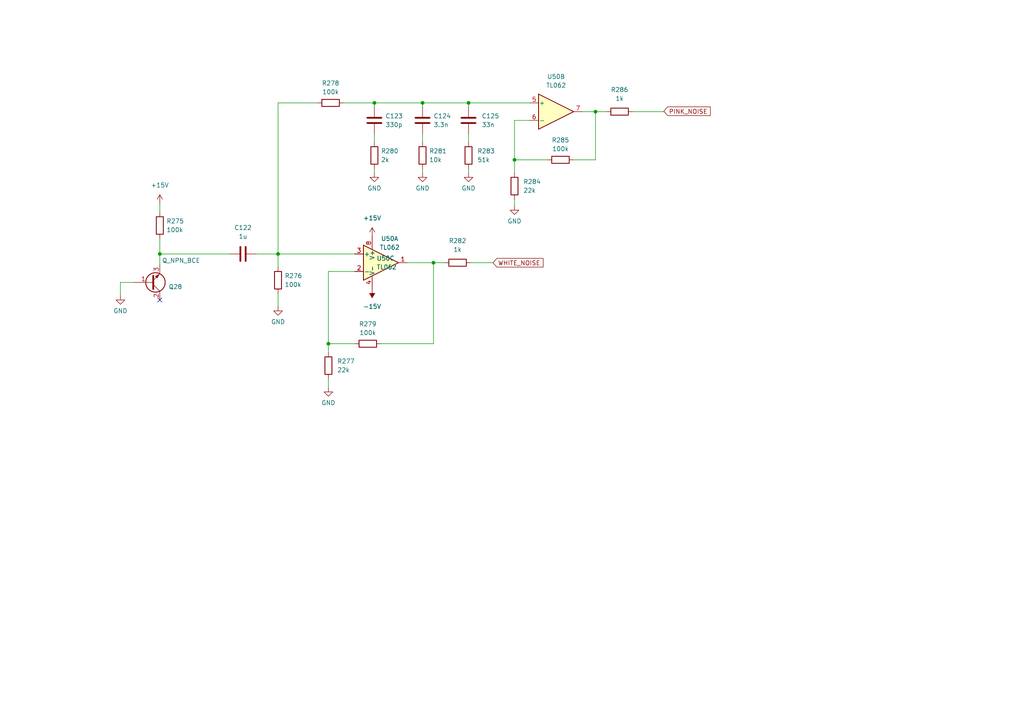
<source format=kicad_sch>
(kicad_sch (version 20211123) (generator eeschema)

  (uuid d14402d8-4c9f-4df6-ae9f-76afcfdc7770)

  (paper "A4")

  (lib_symbols
    (symbol "Amplifier_Operational:TL062" (pin_names (offset 0.127)) (in_bom yes) (on_board yes)
      (property "Reference" "U" (id 0) (at 0 5.08 0)
        (effects (font (size 1.27 1.27)) (justify left))
      )
      (property "Value" "TL062" (id 1) (at 0 -5.08 0)
        (effects (font (size 1.27 1.27)) (justify left))
      )
      (property "Footprint" "" (id 2) (at 0 0 0)
        (effects (font (size 1.27 1.27)) hide)
      )
      (property "Datasheet" "http://www.ti.com/lit/ds/symlink/tl061.pdf" (id 3) (at 0 0 0)
        (effects (font (size 1.27 1.27)) hide)
      )
      (property "ki_locked" "" (id 4) (at 0 0 0)
        (effects (font (size 1.27 1.27)))
      )
      (property "ki_keywords" "dual opamp" (id 5) (at 0 0 0)
        (effects (font (size 1.27 1.27)) hide)
      )
      (property "ki_description" "Dual Low-Power JFET-Input Operational Amplifiers, DIP-8/SOIC-8/SSOP-8" (id 6) (at 0 0 0)
        (effects (font (size 1.27 1.27)) hide)
      )
      (property "ki_fp_filters" "SOIC*3.9x4.9mm*P1.27mm* DIP*W7.62mm* TO*99* OnSemi*Micro8* TSSOP*3x3mm*P0.65mm* TSSOP*4.4x3mm*P0.65mm* MSOP*3x3mm*P0.65mm* SSOP*3.9x4.9mm*P0.635mm* LFCSP*2x2mm*P0.5mm* *SIP* SOIC*5.3x6.2mm*P1.27mm*" (id 7) (at 0 0 0)
        (effects (font (size 1.27 1.27)) hide)
      )
      (symbol "TL062_1_1"
        (polyline
          (pts
            (xy -5.08 5.08)
            (xy 5.08 0)
            (xy -5.08 -5.08)
            (xy -5.08 5.08)
          )
          (stroke (width 0.254) (type default) (color 0 0 0 0))
          (fill (type background))
        )
        (pin output line (at 7.62 0 180) (length 2.54)
          (name "~" (effects (font (size 1.27 1.27))))
          (number "1" (effects (font (size 1.27 1.27))))
        )
        (pin input line (at -7.62 -2.54 0) (length 2.54)
          (name "-" (effects (font (size 1.27 1.27))))
          (number "2" (effects (font (size 1.27 1.27))))
        )
        (pin input line (at -7.62 2.54 0) (length 2.54)
          (name "+" (effects (font (size 1.27 1.27))))
          (number "3" (effects (font (size 1.27 1.27))))
        )
      )
      (symbol "TL062_2_1"
        (polyline
          (pts
            (xy -5.08 5.08)
            (xy 5.08 0)
            (xy -5.08 -5.08)
            (xy -5.08 5.08)
          )
          (stroke (width 0.254) (type default) (color 0 0 0 0))
          (fill (type background))
        )
        (pin input line (at -7.62 2.54 0) (length 2.54)
          (name "+" (effects (font (size 1.27 1.27))))
          (number "5" (effects (font (size 1.27 1.27))))
        )
        (pin input line (at -7.62 -2.54 0) (length 2.54)
          (name "-" (effects (font (size 1.27 1.27))))
          (number "6" (effects (font (size 1.27 1.27))))
        )
        (pin output line (at 7.62 0 180) (length 2.54)
          (name "~" (effects (font (size 1.27 1.27))))
          (number "7" (effects (font (size 1.27 1.27))))
        )
      )
      (symbol "TL062_3_1"
        (pin power_in line (at -2.54 -7.62 90) (length 3.81)
          (name "V-" (effects (font (size 1.27 1.27))))
          (number "4" (effects (font (size 1.27 1.27))))
        )
        (pin power_in line (at -2.54 7.62 270) (length 3.81)
          (name "V+" (effects (font (size 1.27 1.27))))
          (number "8" (effects (font (size 1.27 1.27))))
        )
      )
    )
    (symbol "Device:C" (pin_numbers hide) (pin_names (offset 0.254)) (in_bom yes) (on_board yes)
      (property "Reference" "C" (id 0) (at 0.635 2.54 0)
        (effects (font (size 1.27 1.27)) (justify left))
      )
      (property "Value" "C" (id 1) (at 0.635 -2.54 0)
        (effects (font (size 1.27 1.27)) (justify left))
      )
      (property "Footprint" "" (id 2) (at 0.9652 -3.81 0)
        (effects (font (size 1.27 1.27)) hide)
      )
      (property "Datasheet" "~" (id 3) (at 0 0 0)
        (effects (font (size 1.27 1.27)) hide)
      )
      (property "ki_keywords" "cap capacitor" (id 4) (at 0 0 0)
        (effects (font (size 1.27 1.27)) hide)
      )
      (property "ki_description" "Unpolarized capacitor" (id 5) (at 0 0 0)
        (effects (font (size 1.27 1.27)) hide)
      )
      (property "ki_fp_filters" "C_*" (id 6) (at 0 0 0)
        (effects (font (size 1.27 1.27)) hide)
      )
      (symbol "C_0_1"
        (polyline
          (pts
            (xy -2.032 -0.762)
            (xy 2.032 -0.762)
          )
          (stroke (width 0.508) (type default) (color 0 0 0 0))
          (fill (type none))
        )
        (polyline
          (pts
            (xy -2.032 0.762)
            (xy 2.032 0.762)
          )
          (stroke (width 0.508) (type default) (color 0 0 0 0))
          (fill (type none))
        )
      )
      (symbol "C_1_1"
        (pin passive line (at 0 3.81 270) (length 2.794)
          (name "~" (effects (font (size 1.27 1.27))))
          (number "1" (effects (font (size 1.27 1.27))))
        )
        (pin passive line (at 0 -3.81 90) (length 2.794)
          (name "~" (effects (font (size 1.27 1.27))))
          (number "2" (effects (font (size 1.27 1.27))))
        )
      )
    )
    (symbol "Device:Q_NPN_BCE" (pin_names (offset 0) hide) (in_bom yes) (on_board yes)
      (property "Reference" "Q" (id 0) (at 5.08 1.27 0)
        (effects (font (size 1.27 1.27)) (justify left))
      )
      (property "Value" "Q_NPN_BCE" (id 1) (at 5.08 -1.27 0)
        (effects (font (size 1.27 1.27)) (justify left))
      )
      (property "Footprint" "" (id 2) (at 5.08 2.54 0)
        (effects (font (size 1.27 1.27)) hide)
      )
      (property "Datasheet" "~" (id 3) (at 0 0 0)
        (effects (font (size 1.27 1.27)) hide)
      )
      (property "ki_keywords" "transistor NPN" (id 4) (at 0 0 0)
        (effects (font (size 1.27 1.27)) hide)
      )
      (property "ki_description" "NPN transistor, base/collector/emitter" (id 5) (at 0 0 0)
        (effects (font (size 1.27 1.27)) hide)
      )
      (symbol "Q_NPN_BCE_0_1"
        (polyline
          (pts
            (xy 0.635 0.635)
            (xy 2.54 2.54)
          )
          (stroke (width 0) (type default) (color 0 0 0 0))
          (fill (type none))
        )
        (polyline
          (pts
            (xy 0.635 -0.635)
            (xy 2.54 -2.54)
            (xy 2.54 -2.54)
          )
          (stroke (width 0) (type default) (color 0 0 0 0))
          (fill (type none))
        )
        (polyline
          (pts
            (xy 0.635 1.905)
            (xy 0.635 -1.905)
            (xy 0.635 -1.905)
          )
          (stroke (width 0.508) (type default) (color 0 0 0 0))
          (fill (type none))
        )
        (polyline
          (pts
            (xy 1.27 -1.778)
            (xy 1.778 -1.27)
            (xy 2.286 -2.286)
            (xy 1.27 -1.778)
            (xy 1.27 -1.778)
          )
          (stroke (width 0) (type default) (color 0 0 0 0))
          (fill (type outline))
        )
        (circle (center 1.27 0) (radius 2.8194)
          (stroke (width 0.254) (type default) (color 0 0 0 0))
          (fill (type none))
        )
      )
      (symbol "Q_NPN_BCE_1_1"
        (pin input line (at -5.08 0 0) (length 5.715)
          (name "B" (effects (font (size 1.27 1.27))))
          (number "1" (effects (font (size 1.27 1.27))))
        )
        (pin passive line (at 2.54 5.08 270) (length 2.54)
          (name "C" (effects (font (size 1.27 1.27))))
          (number "2" (effects (font (size 1.27 1.27))))
        )
        (pin passive line (at 2.54 -5.08 90) (length 2.54)
          (name "E" (effects (font (size 1.27 1.27))))
          (number "3" (effects (font (size 1.27 1.27))))
        )
      )
    )
    (symbol "Device:R" (pin_numbers hide) (pin_names (offset 0)) (in_bom yes) (on_board yes)
      (property "Reference" "R" (id 0) (at 2.032 0 90)
        (effects (font (size 1.27 1.27)))
      )
      (property "Value" "R" (id 1) (at 0 0 90)
        (effects (font (size 1.27 1.27)))
      )
      (property "Footprint" "" (id 2) (at -1.778 0 90)
        (effects (font (size 1.27 1.27)) hide)
      )
      (property "Datasheet" "~" (id 3) (at 0 0 0)
        (effects (font (size 1.27 1.27)) hide)
      )
      (property "ki_keywords" "R res resistor" (id 4) (at 0 0 0)
        (effects (font (size 1.27 1.27)) hide)
      )
      (property "ki_description" "Resistor" (id 5) (at 0 0 0)
        (effects (font (size 1.27 1.27)) hide)
      )
      (property "ki_fp_filters" "R_*" (id 6) (at 0 0 0)
        (effects (font (size 1.27 1.27)) hide)
      )
      (symbol "R_0_1"
        (rectangle (start -1.016 -2.54) (end 1.016 2.54)
          (stroke (width 0.254) (type default) (color 0 0 0 0))
          (fill (type none))
        )
      )
      (symbol "R_1_1"
        (pin passive line (at 0 3.81 270) (length 1.27)
          (name "~" (effects (font (size 1.27 1.27))))
          (number "1" (effects (font (size 1.27 1.27))))
        )
        (pin passive line (at 0 -3.81 90) (length 1.27)
          (name "~" (effects (font (size 1.27 1.27))))
          (number "2" (effects (font (size 1.27 1.27))))
        )
      )
    )
    (symbol "power:+15V" (power) (pin_names (offset 0)) (in_bom yes) (on_board yes)
      (property "Reference" "#PWR" (id 0) (at 0 -3.81 0)
        (effects (font (size 1.27 1.27)) hide)
      )
      (property "Value" "+15V" (id 1) (at 0 3.556 0)
        (effects (font (size 1.27 1.27)))
      )
      (property "Footprint" "" (id 2) (at 0 0 0)
        (effects (font (size 1.27 1.27)) hide)
      )
      (property "Datasheet" "" (id 3) (at 0 0 0)
        (effects (font (size 1.27 1.27)) hide)
      )
      (property "ki_keywords" "global power" (id 4) (at 0 0 0)
        (effects (font (size 1.27 1.27)) hide)
      )
      (property "ki_description" "Power symbol creates a global label with name \"+15V\"" (id 5) (at 0 0 0)
        (effects (font (size 1.27 1.27)) hide)
      )
      (symbol "+15V_0_1"
        (polyline
          (pts
            (xy -0.762 1.27)
            (xy 0 2.54)
          )
          (stroke (width 0) (type default) (color 0 0 0 0))
          (fill (type none))
        )
        (polyline
          (pts
            (xy 0 0)
            (xy 0 2.54)
          )
          (stroke (width 0) (type default) (color 0 0 0 0))
          (fill (type none))
        )
        (polyline
          (pts
            (xy 0 2.54)
            (xy 0.762 1.27)
          )
          (stroke (width 0) (type default) (color 0 0 0 0))
          (fill (type none))
        )
      )
      (symbol "+15V_1_1"
        (pin power_in line (at 0 0 90) (length 0) hide
          (name "+15V" (effects (font (size 1.27 1.27))))
          (number "1" (effects (font (size 1.27 1.27))))
        )
      )
    )
    (symbol "power:-15V" (power) (pin_names (offset 0)) (in_bom yes) (on_board yes)
      (property "Reference" "#PWR" (id 0) (at 0 2.54 0)
        (effects (font (size 1.27 1.27)) hide)
      )
      (property "Value" "-15V" (id 1) (at 0 3.81 0)
        (effects (font (size 1.27 1.27)))
      )
      (property "Footprint" "" (id 2) (at 0 0 0)
        (effects (font (size 1.27 1.27)) hide)
      )
      (property "Datasheet" "" (id 3) (at 0 0 0)
        (effects (font (size 1.27 1.27)) hide)
      )
      (property "ki_keywords" "global power" (id 4) (at 0 0 0)
        (effects (font (size 1.27 1.27)) hide)
      )
      (property "ki_description" "Power symbol creates a global label with name \"-15V\"" (id 5) (at 0 0 0)
        (effects (font (size 1.27 1.27)) hide)
      )
      (symbol "-15V_0_0"
        (pin power_in line (at 0 0 90) (length 0) hide
          (name "-15V" (effects (font (size 1.27 1.27))))
          (number "1" (effects (font (size 1.27 1.27))))
        )
      )
      (symbol "-15V_0_1"
        (polyline
          (pts
            (xy 0 0)
            (xy 0 1.27)
            (xy 0.762 1.27)
            (xy 0 2.54)
            (xy -0.762 1.27)
            (xy 0 1.27)
          )
          (stroke (width 0) (type default) (color 0 0 0 0))
          (fill (type outline))
        )
      )
    )
    (symbol "power:GND" (power) (pin_names (offset 0)) (in_bom yes) (on_board yes)
      (property "Reference" "#PWR" (id 0) (at 0 -6.35 0)
        (effects (font (size 1.27 1.27)) hide)
      )
      (property "Value" "GND" (id 1) (at 0 -3.81 0)
        (effects (font (size 1.27 1.27)))
      )
      (property "Footprint" "" (id 2) (at 0 0 0)
        (effects (font (size 1.27 1.27)) hide)
      )
      (property "Datasheet" "" (id 3) (at 0 0 0)
        (effects (font (size 1.27 1.27)) hide)
      )
      (property "ki_keywords" "global power" (id 4) (at 0 0 0)
        (effects (font (size 1.27 1.27)) hide)
      )
      (property "ki_description" "Power symbol creates a global label with name \"GND\" , ground" (id 5) (at 0 0 0)
        (effects (font (size 1.27 1.27)) hide)
      )
      (symbol "GND_0_1"
        (polyline
          (pts
            (xy 0 0)
            (xy 0 -1.27)
            (xy 1.27 -1.27)
            (xy 0 -2.54)
            (xy -1.27 -1.27)
            (xy 0 -1.27)
          )
          (stroke (width 0) (type default) (color 0 0 0 0))
          (fill (type none))
        )
      )
      (symbol "GND_1_1"
        (pin power_in line (at 0 0 270) (length 0) hide
          (name "GND" (effects (font (size 1.27 1.27))))
          (number "1" (effects (font (size 1.27 1.27))))
        )
      )
    )
  )

  (junction (at 122.555 29.845) (diameter 0) (color 0 0 0 0)
    (uuid 4066a6ca-bf5b-42be-b3c7-829c8dc0352d)
  )
  (junction (at 80.645 73.66) (diameter 0) (color 0 0 0 0)
    (uuid 52df3cca-9a3f-4aa8-920b-45abcabcb7cd)
  )
  (junction (at 95.25 99.695) (diameter 0) (color 0 0 0 0)
    (uuid 65f5eb70-d4dd-47c8-8b1b-9c0b48c39ab3)
  )
  (junction (at 46.355 73.66) (diameter 0) (color 0 0 0 0)
    (uuid 8b1273df-23a6-426f-b7fd-09bdbd5470e3)
  )
  (junction (at 135.89 29.845) (diameter 0) (color 0 0 0 0)
    (uuid a6ac423e-fda3-4cef-9fb5-4ea66fb783fc)
  )
  (junction (at 149.225 46.355) (diameter 0) (color 0 0 0 0)
    (uuid d8b22da2-103e-4c5d-a000-eab499b1cee9)
  )
  (junction (at 172.72 32.385) (diameter 0) (color 0 0 0 0)
    (uuid de70f864-57e9-4f9e-ac25-7bfc6a7eef99)
  )
  (junction (at 108.585 29.845) (diameter 0) (color 0 0 0 0)
    (uuid e7d999ab-9d9a-40eb-9a7a-521c01ef4db0)
  )
  (junction (at 125.73 76.2) (diameter 0) (color 0 0 0 0)
    (uuid f60c8db5-6125-4496-a371-2bcd3d0f1c61)
  )

  (no_connect (at 46.355 86.995) (uuid 13876e25-114b-4b39-b642-de1026379c31))

  (wire (pts (xy 136.525 76.2) (xy 143.002 76.2))
    (stroke (width 0) (type default) (color 0 0 0 0))
    (uuid 00545e3e-9f28-4dbc-a970-4bd9dba64634)
  )
  (wire (pts (xy 135.89 31.115) (xy 135.89 29.845))
    (stroke (width 0) (type default) (color 0 0 0 0))
    (uuid 0841cb26-96c9-4767-862b-14b05d88ca06)
  )
  (wire (pts (xy 125.73 76.2) (xy 118.11 76.2))
    (stroke (width 0) (type default) (color 0 0 0 0))
    (uuid 0ac84e62-fa88-4726-99a1-b9af72302dfd)
  )
  (wire (pts (xy 46.355 59.055) (xy 46.355 61.595))
    (stroke (width 0) (type default) (color 0 0 0 0))
    (uuid 0b4ff5da-53c9-47f9-b163-ecc8798ab102)
  )
  (wire (pts (xy 122.555 38.735) (xy 122.555 41.275))
    (stroke (width 0) (type default) (color 0 0 0 0))
    (uuid 0c727a4f-4b3c-4b2e-9f2a-fa2e47cba411)
  )
  (wire (pts (xy 80.645 29.845) (xy 80.645 73.66))
    (stroke (width 0) (type default) (color 0 0 0 0))
    (uuid 17a76574-3c74-44db-9e1a-30cfd642e638)
  )
  (wire (pts (xy 166.37 46.355) (xy 172.72 46.355))
    (stroke (width 0) (type default) (color 0 0 0 0))
    (uuid 229a593a-c7d0-4003-91cb-82e1aef80450)
  )
  (wire (pts (xy 80.645 73.66) (xy 102.87 73.66))
    (stroke (width 0) (type default) (color 0 0 0 0))
    (uuid 31b41217-3db9-4f1d-8d99-7326d7b3d8e2)
  )
  (wire (pts (xy 46.355 73.66) (xy 46.355 69.215))
    (stroke (width 0) (type default) (color 0 0 0 0))
    (uuid 39e16dc5-bb6c-47e1-bd26-2299f28d115f)
  )
  (wire (pts (xy 149.225 57.785) (xy 149.225 59.69))
    (stroke (width 0) (type default) (color 0 0 0 0))
    (uuid 3c2295e2-4d91-40cc-866b-79e6de3ae167)
  )
  (wire (pts (xy 95.25 78.74) (xy 102.87 78.74))
    (stroke (width 0) (type default) (color 0 0 0 0))
    (uuid 471a73ff-dcc5-4019-9f9b-05a02cbf34bc)
  )
  (wire (pts (xy 149.225 46.355) (xy 149.225 50.165))
    (stroke (width 0) (type default) (color 0 0 0 0))
    (uuid 570633a3-e84d-4c3d-b3f5-7cef55c8c0ee)
  )
  (wire (pts (xy 183.515 32.385) (xy 192.532 32.385))
    (stroke (width 0) (type default) (color 0 0 0 0))
    (uuid 5b70b3f3-e9ef-4053-82c3-5e1408cce482)
  )
  (wire (pts (xy 125.73 99.695) (xy 125.73 76.2))
    (stroke (width 0) (type default) (color 0 0 0 0))
    (uuid 5bd0a321-1520-417d-949b-df7d9c105ed7)
  )
  (wire (pts (xy 38.735 81.915) (xy 34.925 81.915))
    (stroke (width 0) (type default) (color 0 0 0 0))
    (uuid 5ff9d82b-daab-4441-8fe8-2b73aef170e6)
  )
  (wire (pts (xy 108.585 29.845) (xy 99.695 29.845))
    (stroke (width 0) (type default) (color 0 0 0 0))
    (uuid 63ce6202-5ebb-49a4-9f67-9421b929456c)
  )
  (wire (pts (xy 108.585 48.895) (xy 108.585 50.165))
    (stroke (width 0) (type default) (color 0 0 0 0))
    (uuid 705261e1-4928-4ef1-8e07-96cf2fb2322b)
  )
  (wire (pts (xy 80.645 85.09) (xy 80.645 88.9))
    (stroke (width 0) (type default) (color 0 0 0 0))
    (uuid 7221ad59-f135-4f0f-bf05-b903f49ec0ce)
  )
  (wire (pts (xy 122.555 48.895) (xy 122.555 50.165))
    (stroke (width 0) (type default) (color 0 0 0 0))
    (uuid 7401ecf4-f0f1-4282-9744-d77300259d63)
  )
  (wire (pts (xy 46.355 73.66) (xy 66.675 73.66))
    (stroke (width 0) (type default) (color 0 0 0 0))
    (uuid 742b8fe0-e357-439f-a08f-bb2ef3df53b7)
  )
  (wire (pts (xy 149.225 34.925) (xy 149.225 46.355))
    (stroke (width 0) (type default) (color 0 0 0 0))
    (uuid 782c9813-00ad-4f93-b0f2-06b9965977fa)
  )
  (wire (pts (xy 172.72 32.385) (xy 168.91 32.385))
    (stroke (width 0) (type default) (color 0 0 0 0))
    (uuid 7a7d96c9-1ad7-4d32-8949-ac0ceed748a9)
  )
  (wire (pts (xy 95.25 78.74) (xy 95.25 99.695))
    (stroke (width 0) (type default) (color 0 0 0 0))
    (uuid 823b194b-b240-4878-a96b-9baf759eb3d0)
  )
  (wire (pts (xy 108.585 29.845) (xy 122.555 29.845))
    (stroke (width 0) (type default) (color 0 0 0 0))
    (uuid 8ac6c7d8-2c00-4604-a9a4-df19cc5d39df)
  )
  (wire (pts (xy 110.49 99.695) (xy 125.73 99.695))
    (stroke (width 0) (type default) (color 0 0 0 0))
    (uuid 8d61accf-2cb5-410d-90a6-1b58b16e0112)
  )
  (wire (pts (xy 135.89 29.845) (xy 153.67 29.845))
    (stroke (width 0) (type default) (color 0 0 0 0))
    (uuid 926a47e9-7c81-4478-b5ef-aefce8dfe218)
  )
  (wire (pts (xy 80.645 73.66) (xy 80.645 77.47))
    (stroke (width 0) (type default) (color 0 0 0 0))
    (uuid 94a4fd8c-4283-40a0-9b92-f165d2f6ed05)
  )
  (wire (pts (xy 108.585 31.115) (xy 108.585 29.845))
    (stroke (width 0) (type default) (color 0 0 0 0))
    (uuid 95f14074-54e3-445e-b415-88305c0c75ed)
  )
  (wire (pts (xy 108.585 38.735) (xy 108.585 41.275))
    (stroke (width 0) (type default) (color 0 0 0 0))
    (uuid 98350d11-47f3-449f-bb24-8548c23f2eed)
  )
  (wire (pts (xy 95.25 99.695) (xy 95.25 102.235))
    (stroke (width 0) (type default) (color 0 0 0 0))
    (uuid a743a39d-e6f2-41e1-84b5-a1fd0468b05e)
  )
  (wire (pts (xy 192.532 32.385) (xy 192.532 32.258))
    (stroke (width 0) (type default) (color 0 0 0 0))
    (uuid a874babd-9d11-430f-b0cc-e48bacebde49)
  )
  (wire (pts (xy 74.295 73.66) (xy 80.645 73.66))
    (stroke (width 0) (type default) (color 0 0 0 0))
    (uuid aa47632c-8f65-42f3-ad85-a898fa761963)
  )
  (wire (pts (xy 46.355 73.66) (xy 46.355 76.835))
    (stroke (width 0) (type default) (color 0 0 0 0))
    (uuid b04b6693-9fca-4bf9-980f-18028fa51f44)
  )
  (wire (pts (xy 122.555 31.115) (xy 122.555 29.845))
    (stroke (width 0) (type default) (color 0 0 0 0))
    (uuid b8faefe8-4ebf-4db2-9fbd-e74890fdfb4b)
  )
  (wire (pts (xy 125.73 76.2) (xy 128.905 76.2))
    (stroke (width 0) (type default) (color 0 0 0 0))
    (uuid b9019cab-60eb-4448-9e43-891f78e534a7)
  )
  (wire (pts (xy 172.72 46.355) (xy 172.72 32.385))
    (stroke (width 0) (type default) (color 0 0 0 0))
    (uuid bbb78cd9-3d42-4765-8b00-0ed20fd0d57a)
  )
  (wire (pts (xy 149.225 34.925) (xy 153.67 34.925))
    (stroke (width 0) (type default) (color 0 0 0 0))
    (uuid bd9e83db-3248-4ecd-aff8-a6e8bb9797e5)
  )
  (wire (pts (xy 122.555 29.845) (xy 135.89 29.845))
    (stroke (width 0) (type default) (color 0 0 0 0))
    (uuid c5fe1527-21fb-4a20-98b6-206e0e0ff51b)
  )
  (wire (pts (xy 80.645 29.845) (xy 92.075 29.845))
    (stroke (width 0) (type default) (color 0 0 0 0))
    (uuid c86de8d7-a2bd-4c65-83ed-7e06a9035161)
  )
  (wire (pts (xy 34.925 81.915) (xy 34.925 85.725))
    (stroke (width 0) (type default) (color 0 0 0 0))
    (uuid ca2655cd-94e5-41f1-98d2-fcaf61bb4fbe)
  )
  (wire (pts (xy 172.72 32.385) (xy 175.895 32.385))
    (stroke (width 0) (type default) (color 0 0 0 0))
    (uuid d007446a-eeb6-4d90-9768-43e0efe24229)
  )
  (wire (pts (xy 149.225 46.355) (xy 158.75 46.355))
    (stroke (width 0) (type default) (color 0 0 0 0))
    (uuid d14fef47-2837-4a53-9bfa-3f5a65840bc0)
  )
  (wire (pts (xy 135.89 48.895) (xy 135.89 50.165))
    (stroke (width 0) (type default) (color 0 0 0 0))
    (uuid e017323b-f01d-4bf0-9788-dd0dc0591216)
  )
  (wire (pts (xy 102.87 99.695) (xy 95.25 99.695))
    (stroke (width 0) (type default) (color 0 0 0 0))
    (uuid e8b33491-eb1f-407d-a0d2-dd3eb31558c8)
  )
  (wire (pts (xy 95.25 109.855) (xy 95.25 112.395))
    (stroke (width 0) (type default) (color 0 0 0 0))
    (uuid f0bccc4f-fbd0-44c7-a214-175304eecad1)
  )
  (wire (pts (xy 135.89 38.735) (xy 135.89 41.275))
    (stroke (width 0) (type default) (color 0 0 0 0))
    (uuid f4bc8c81-8026-48bd-aea9-a34342f757f9)
  )

  (global_label "PINK_NOISE" (shape input) (at 192.532 32.258 0) (fields_autoplaced)
    (effects (font (size 1.27 1.27)) (justify left))
    (uuid 999877f4-ccc1-4cb1-8829-b88f8d00d18e)
    (property "Intersheet References" "${INTERSHEET_REFS}" (id 0) (at 206.0122 32.1786 0)
      (effects (font (size 1.27 1.27)) (justify left) hide)
    )
  )
  (global_label "WHITE_NOISE" (shape input) (at 143.002 76.2 0) (fields_autoplaced)
    (effects (font (size 1.27 1.27)) (justify left))
    (uuid eeef926b-c882-4d4d-9331-4c278f0ae23c)
    (property "Intersheet References" "${INTERSHEET_REFS}" (id 0) (at 157.5103 76.1206 0)
      (effects (font (size 1.27 1.27)) (justify left) hide)
    )
  )

  (symbol (lib_id "Device:R") (at 95.25 106.045 0) (unit 1)
    (in_bom yes) (on_board yes) (fields_autoplaced)
    (uuid 0d4c4e54-d115-4c4d-900a-706a99b03fb9)
    (property "Reference" "R277" (id 0) (at 97.79 104.7749 0)
      (effects (font (size 1.27 1.27)) (justify left))
    )
    (property "Value" "22k" (id 1) (at 97.79 107.3149 0)
      (effects (font (size 1.27 1.27)) (justify left))
    )
    (property "Footprint" "Resistor_SMD:R_0603_1608Metric" (id 2) (at 93.472 106.045 90)
      (effects (font (size 1.27 1.27)) hide)
    )
    (property "Datasheet" "~" (id 3) (at 95.25 106.045 0)
      (effects (font (size 1.27 1.27)) hide)
    )
    (pin "1" (uuid 79d21e16-89e3-4b27-beae-de3cfd14caa3))
    (pin "2" (uuid 77bee970-afcd-46fd-be32-989642428a6e))
  )

  (symbol (lib_id "Device:Q_NPN_BCE") (at 43.815 81.915 0) (mirror x) (unit 1)
    (in_bom yes) (on_board yes)
    (uuid 11e25572-cc2c-4eb1-9e2b-e76bd42f54d4)
    (property "Reference" "Q28" (id 0) (at 48.895 83.1851 0)
      (effects (font (size 1.27 1.27)) (justify left))
    )
    (property "Value" "Q_NPN_BCE" (id 1) (at 46.99 75.565 0)
      (effects (font (size 1.27 1.27)) (justify left))
    )
    (property "Footprint" "Package_TO_SOT_SMD:SOT-23" (id 2) (at 48.895 84.455 0)
      (effects (font (size 1.27 1.27)) hide)
    )
    (property "Datasheet" "~" (id 3) (at 43.815 81.915 0)
      (effects (font (size 1.27 1.27)) hide)
    )
    (pin "1" (uuid f77c79e3-9380-491a-ad2c-847338e76f8a))
    (pin "2" (uuid 71327194-2cb6-4215-b3aa-8fce877aa235))
    (pin "3" (uuid 2a7e4840-a878-4a4b-834f-4e1f4c7b8c4d))
  )

  (symbol (lib_id "Device:R") (at 122.555 45.085 0) (unit 1)
    (in_bom yes) (on_board yes) (fields_autoplaced)
    (uuid 1d9828b7-58c0-43c5-99a1-452b0f06e790)
    (property "Reference" "R281" (id 0) (at 124.46 43.8149 0)
      (effects (font (size 1.27 1.27)) (justify left))
    )
    (property "Value" "10k" (id 1) (at 124.46 46.3549 0)
      (effects (font (size 1.27 1.27)) (justify left))
    )
    (property "Footprint" "Resistor_SMD:R_0603_1608Metric" (id 2) (at 120.777 45.085 90)
      (effects (font (size 1.27 1.27)) hide)
    )
    (property "Datasheet" "~" (id 3) (at 122.555 45.085 0)
      (effects (font (size 1.27 1.27)) hide)
    )
    (pin "1" (uuid 481763d9-c7f1-4f9f-8923-b80c13aa1bb4))
    (pin "2" (uuid a9c629df-9ac9-477e-a377-e3679d37739e))
  )

  (symbol (lib_id "Device:R") (at 106.68 99.695 90) (unit 1)
    (in_bom yes) (on_board yes) (fields_autoplaced)
    (uuid 514bd02a-8686-428f-964b-0ccf5c5bb1c5)
    (property "Reference" "R279" (id 0) (at 106.68 93.98 90))
    (property "Value" "100k" (id 1) (at 106.68 96.52 90))
    (property "Footprint" "Resistor_SMD:R_0603_1608Metric" (id 2) (at 106.68 101.473 90)
      (effects (font (size 1.27 1.27)) hide)
    )
    (property "Datasheet" "~" (id 3) (at 106.68 99.695 0)
      (effects (font (size 1.27 1.27)) hide)
    )
    (pin "1" (uuid 27169a1e-6528-435b-9247-7cf2347e97e4))
    (pin "2" (uuid 95db326c-eef9-40d5-b4a5-aa9e2c857902))
  )

  (symbol (lib_id "power:GND") (at 34.925 85.725 0) (unit 1)
    (in_bom yes) (on_board yes) (fields_autoplaced)
    (uuid 5a93f79b-af9f-46fc-9934-04d96fe2447a)
    (property "Reference" "#PWR0205" (id 0) (at 34.925 92.075 0)
      (effects (font (size 1.27 1.27)) hide)
    )
    (property "Value" "GND" (id 1) (at 34.925 90.17 0))
    (property "Footprint" "" (id 2) (at 34.925 85.725 0)
      (effects (font (size 1.27 1.27)) hide)
    )
    (property "Datasheet" "" (id 3) (at 34.925 85.725 0)
      (effects (font (size 1.27 1.27)) hide)
    )
    (pin "1" (uuid 5a2eda39-5ec4-4c4c-a6f9-cd7bbc55ddeb))
  )

  (symbol (lib_id "Device:R") (at 46.355 65.405 0) (unit 1)
    (in_bom yes) (on_board yes) (fields_autoplaced)
    (uuid 5d02daeb-8374-41cf-87a8-a95b82100b6d)
    (property "Reference" "R275" (id 0) (at 48.26 64.1349 0)
      (effects (font (size 1.27 1.27)) (justify left))
    )
    (property "Value" "100k" (id 1) (at 48.26 66.6749 0)
      (effects (font (size 1.27 1.27)) (justify left))
    )
    (property "Footprint" "Resistor_SMD:R_0603_1608Metric" (id 2) (at 44.577 65.405 90)
      (effects (font (size 1.27 1.27)) hide)
    )
    (property "Datasheet" "~" (id 3) (at 46.355 65.405 0)
      (effects (font (size 1.27 1.27)) hide)
    )
    (pin "1" (uuid ef4961e9-4ed7-46ff-8abe-77725598b104))
    (pin "2" (uuid 0b0b6c48-96ef-4514-95e5-cb52f1423dad))
  )

  (symbol (lib_id "Amplifier_Operational:TL062") (at 110.49 76.2 0) (unit 3)
    (in_bom yes) (on_board yes) (fields_autoplaced)
    (uuid 65cc6352-0d1e-4b97-b81b-6bd9850701b0)
    (property "Reference" "U50" (id 0) (at 109.22 74.9299 0)
      (effects (font (size 1.27 1.27)) (justify left))
    )
    (property "Value" "TL062" (id 1) (at 109.22 77.4699 0)
      (effects (font (size 1.27 1.27)) (justify left))
    )
    (property "Footprint" "Package_SO:TSSOP-8_3x3mm_P0.65mm" (id 2) (at 110.49 76.2 0)
      (effects (font (size 1.27 1.27)) hide)
    )
    (property "Datasheet" "http://www.ti.com/lit/ds/symlink/tl061.pdf" (id 3) (at 110.49 76.2 0)
      (effects (font (size 1.27 1.27)) hide)
    )
    (pin "1" (uuid 7c3d5495-d568-49dc-b9f7-679f4106f516))
    (pin "2" (uuid 90e68594-6fe2-4206-adf5-008e1ee36394))
    (pin "3" (uuid 9790a00d-82ea-4a0e-900d-24524de4b6de))
    (pin "5" (uuid 854940ba-dfe3-47d9-be1c-11a7e653066f))
    (pin "6" (uuid ac99dc85-2144-49dd-9507-a77405218a27))
    (pin "7" (uuid 12bfaf2d-5c58-4fe7-9bbc-cf5893b2d7a8))
    (pin "4" (uuid 82cfc783-4bd4-4d95-a27d-cc015569b783))
    (pin "8" (uuid 5455c53b-4cd4-43c7-be87-558ecfefdb11))
  )

  (symbol (lib_id "Device:R") (at 132.715 76.2 90) (unit 1)
    (in_bom yes) (on_board yes) (fields_autoplaced)
    (uuid 663aa671-a450-42c1-aaf3-466e3cfbf618)
    (property "Reference" "R282" (id 0) (at 132.715 69.85 90))
    (property "Value" "1k" (id 1) (at 132.715 72.39 90))
    (property "Footprint" "Resistor_SMD:R_0603_1608Metric" (id 2) (at 132.715 77.978 90)
      (effects (font (size 1.27 1.27)) hide)
    )
    (property "Datasheet" "~" (id 3) (at 132.715 76.2 0)
      (effects (font (size 1.27 1.27)) hide)
    )
    (pin "1" (uuid 6365f838-2f48-49dd-8f60-5277e59856c3))
    (pin "2" (uuid 735e18d0-dacb-4f18-bd86-862c4f7be95a))
  )

  (symbol (lib_id "power:GND") (at 80.645 88.9 0) (unit 1)
    (in_bom yes) (on_board yes) (fields_autoplaced)
    (uuid 6f3a88d5-d4cd-4e93-b183-7a4dda3cb4d2)
    (property "Reference" "#PWR0207" (id 0) (at 80.645 95.25 0)
      (effects (font (size 1.27 1.27)) hide)
    )
    (property "Value" "GND" (id 1) (at 80.645 93.345 0))
    (property "Footprint" "" (id 2) (at 80.645 88.9 0)
      (effects (font (size 1.27 1.27)) hide)
    )
    (property "Datasheet" "" (id 3) (at 80.645 88.9 0)
      (effects (font (size 1.27 1.27)) hide)
    )
    (pin "1" (uuid 6a9b2999-2579-457b-8982-a5445e9c9223))
  )

  (symbol (lib_id "Device:C") (at 70.485 73.66 270) (mirror x) (unit 1)
    (in_bom yes) (on_board yes) (fields_autoplaced)
    (uuid 70b2ec4d-4d56-4e51-87e9-742748564d37)
    (property "Reference" "C122" (id 0) (at 70.485 66.04 90))
    (property "Value" "1u" (id 1) (at 70.485 68.58 90))
    (property "Footprint" "Capacitor_SMD:C_0805_2012Metric" (id 2) (at 66.675 72.6948 0)
      (effects (font (size 1.27 1.27)) hide)
    )
    (property "Datasheet" "~" (id 3) (at 70.485 73.66 0)
      (effects (font (size 1.27 1.27)) hide)
    )
    (pin "1" (uuid e2c9329f-1c3d-4de7-928b-325aea74d3c0))
    (pin "2" (uuid c5ac9d03-c2de-4902-a1b0-588945489b01))
  )

  (symbol (lib_id "power:+15V") (at 107.95 68.58 0) (unit 1)
    (in_bom yes) (on_board yes) (fields_autoplaced)
    (uuid 732c88d8-7db4-463a-8c39-0ab48009c39e)
    (property "Reference" "#PWR0209" (id 0) (at 107.95 72.39 0)
      (effects (font (size 1.27 1.27)) hide)
    )
    (property "Value" "+15V" (id 1) (at 107.95 63.246 0))
    (property "Footprint" "" (id 2) (at 107.95 68.58 0)
      (effects (font (size 1.27 1.27)) hide)
    )
    (property "Datasheet" "" (id 3) (at 107.95 68.58 0)
      (effects (font (size 1.27 1.27)) hide)
    )
    (pin "1" (uuid be235015-5aae-4883-a4f3-e8381a9eecdd))
  )

  (symbol (lib_id "Amplifier_Operational:TL062") (at 110.49 76.2 0) (unit 1)
    (in_bom yes) (on_board yes)
    (uuid 7441e1a5-0d7f-4e1e-9bd7-9be4ab11d0cc)
    (property "Reference" "U50" (id 0) (at 113.03 69.215 0))
    (property "Value" "TL062" (id 1) (at 113.03 71.755 0))
    (property "Footprint" "Package_SO:TSSOP-8_3x3mm_P0.65mm" (id 2) (at 110.49 76.2 0)
      (effects (font (size 1.27 1.27)) hide)
    )
    (property "Datasheet" "http://www.ti.com/lit/ds/symlink/tl061.pdf" (id 3) (at 110.49 76.2 0)
      (effects (font (size 1.27 1.27)) hide)
    )
    (pin "1" (uuid faac573c-8019-422a-8d4d-77037a4542a2))
    (pin "2" (uuid b5e3c451-c003-41c5-bf69-97f3447e1276))
    (pin "3" (uuid bc923927-aa87-40d5-b515-4240f492ed52))
    (pin "5" (uuid ba41473a-5962-4f3c-b5ad-adb3f8ac4417))
    (pin "6" (uuid 7a69f433-81a2-4b94-9ef9-0665c9d2af3a))
    (pin "7" (uuid 01c6da91-1fd9-4d1f-8533-78aa1e2f5495))
    (pin "4" (uuid d6d2af6a-a32a-4899-aff8-f66b3b4cccc3))
    (pin "8" (uuid e982fbc7-8582-4d72-bc9a-139a20d7b8c6))
  )

  (symbol (lib_id "Amplifier_Operational:TL062") (at 161.29 32.385 0) (unit 2)
    (in_bom yes) (on_board yes) (fields_autoplaced)
    (uuid 852ce91e-c45e-4100-8a97-0b3b5fdbab7e)
    (property "Reference" "U50" (id 0) (at 161.29 22.225 0))
    (property "Value" "TL062" (id 1) (at 161.29 24.765 0))
    (property "Footprint" "Package_SO:TSSOP-8_3x3mm_P0.65mm" (id 2) (at 161.29 32.385 0)
      (effects (font (size 1.27 1.27)) hide)
    )
    (property "Datasheet" "http://www.ti.com/lit/ds/symlink/tl061.pdf" (id 3) (at 161.29 32.385 0)
      (effects (font (size 1.27 1.27)) hide)
    )
    (pin "1" (uuid 938e39bf-4bd4-43ec-8ec3-10eb95f9601d))
    (pin "2" (uuid 801c05bf-fd84-4d27-8605-5edfdd6cd8c9))
    (pin "3" (uuid 6cf9511d-22c6-4679-b39d-636358f07390))
    (pin "5" (uuid 7d75aa68-61bc-43e3-9f1f-f3f7e4dd581b))
    (pin "6" (uuid 3082969e-afa8-4ad4-9bab-3a4e0e1a9b95))
    (pin "7" (uuid 695c5631-3dd3-4807-a1cd-adffb5824f54))
    (pin "4" (uuid b047d29e-d2fe-4529-abad-3fb17e5ec8ab))
    (pin "8" (uuid 6c098c76-4400-4b3d-9e31-6df8bb835447))
  )

  (symbol (lib_id "Device:C") (at 122.555 34.925 180) (unit 1)
    (in_bom yes) (on_board yes) (fields_autoplaced)
    (uuid 8a041c96-93b6-4f75-a610-229ceb3cef46)
    (property "Reference" "C124" (id 0) (at 125.73 33.6549 0)
      (effects (font (size 1.27 1.27)) (justify right))
    )
    (property "Value" "3.3n" (id 1) (at 125.73 36.1949 0)
      (effects (font (size 1.27 1.27)) (justify right))
    )
    (property "Footprint" "Capacitor_SMD:C_0402_1005Metric_Pad0.74x0.62mm_HandSolder" (id 2) (at 121.5898 31.115 0)
      (effects (font (size 1.27 1.27)) hide)
    )
    (property "Datasheet" "~" (id 3) (at 122.555 34.925 0)
      (effects (font (size 1.27 1.27)) hide)
    )
    (pin "1" (uuid fae9c967-4110-493f-9a30-c83e3a0a032d))
    (pin "2" (uuid 5f0d2291-ce4c-4474-8e90-f18ec0b7e866))
  )

  (symbol (lib_id "power:GND") (at 95.25 112.395 0) (unit 1)
    (in_bom yes) (on_board yes) (fields_autoplaced)
    (uuid 938e57cc-0d51-4528-ba19-a054fc4de537)
    (property "Reference" "#PWR0208" (id 0) (at 95.25 118.745 0)
      (effects (font (size 1.27 1.27)) hide)
    )
    (property "Value" "GND" (id 1) (at 95.25 116.84 0))
    (property "Footprint" "" (id 2) (at 95.25 112.395 0)
      (effects (font (size 1.27 1.27)) hide)
    )
    (property "Datasheet" "" (id 3) (at 95.25 112.395 0)
      (effects (font (size 1.27 1.27)) hide)
    )
    (pin "1" (uuid ec11b753-d857-4980-924f-058fafccba00))
  )

  (symbol (lib_id "Device:R") (at 162.56 46.355 90) (unit 1)
    (in_bom yes) (on_board yes) (fields_autoplaced)
    (uuid 97900383-43a6-4d13-89ba-08fa672d2510)
    (property "Reference" "R285" (id 0) (at 162.56 40.64 90))
    (property "Value" "100k" (id 1) (at 162.56 43.18 90))
    (property "Footprint" "Resistor_SMD:R_0603_1608Metric" (id 2) (at 162.56 48.133 90)
      (effects (font (size 1.27 1.27)) hide)
    )
    (property "Datasheet" "~" (id 3) (at 162.56 46.355 0)
      (effects (font (size 1.27 1.27)) hide)
    )
    (pin "1" (uuid 08759f90-0a42-4ebc-83d9-d8156743c070))
    (pin "2" (uuid 87518b75-0a80-47cb-9f73-e2c1dd6326ff))
  )

  (symbol (lib_id "power:-15V") (at 107.95 83.82 180) (unit 1)
    (in_bom yes) (on_board yes) (fields_autoplaced)
    (uuid a307ed81-32cd-4a72-9d36-93344273539b)
    (property "Reference" "#PWR0210" (id 0) (at 107.95 86.36 0)
      (effects (font (size 1.27 1.27)) hide)
    )
    (property "Value" "-15V" (id 1) (at 107.95 88.9 0))
    (property "Footprint" "" (id 2) (at 107.95 83.82 0)
      (effects (font (size 1.27 1.27)) hide)
    )
    (property "Datasheet" "" (id 3) (at 107.95 83.82 0)
      (effects (font (size 1.27 1.27)) hide)
    )
    (pin "1" (uuid 9ec52071-c393-4031-a5a7-0880e5313b0a))
  )

  (symbol (lib_id "Device:R") (at 135.89 45.085 0) (unit 1)
    (in_bom yes) (on_board yes) (fields_autoplaced)
    (uuid a37b52a5-cebc-457b-9103-e3cc43473267)
    (property "Reference" "R283" (id 0) (at 138.43 43.8149 0)
      (effects (font (size 1.27 1.27)) (justify left))
    )
    (property "Value" "51k" (id 1) (at 138.43 46.3549 0)
      (effects (font (size 1.27 1.27)) (justify left))
    )
    (property "Footprint" "Resistor_SMD:R_0603_1608Metric" (id 2) (at 134.112 45.085 90)
      (effects (font (size 1.27 1.27)) hide)
    )
    (property "Datasheet" "~" (id 3) (at 135.89 45.085 0)
      (effects (font (size 1.27 1.27)) hide)
    )
    (pin "1" (uuid 8bee1f64-3d2c-4c04-9cfe-fc998883cead))
    (pin "2" (uuid d1d27012-8c53-4156-b62b-ed3eb373ff3c))
  )

  (symbol (lib_id "Device:C") (at 108.585 34.925 180) (unit 1)
    (in_bom yes) (on_board yes) (fields_autoplaced)
    (uuid abba5073-4c4b-4bdd-b682-0aed2791a6b2)
    (property "Reference" "C123" (id 0) (at 111.76 33.6549 0)
      (effects (font (size 1.27 1.27)) (justify right))
    )
    (property "Value" "330p" (id 1) (at 111.76 36.1949 0)
      (effects (font (size 1.27 1.27)) (justify right))
    )
    (property "Footprint" "Capacitor_SMD:C_0402_1005Metric_Pad0.74x0.62mm_HandSolder" (id 2) (at 107.6198 31.115 0)
      (effects (font (size 1.27 1.27)) hide)
    )
    (property "Datasheet" "~" (id 3) (at 108.585 34.925 0)
      (effects (font (size 1.27 1.27)) hide)
    )
    (pin "1" (uuid 8e385fd8-66dd-485f-ac8f-3419c246461a))
    (pin "2" (uuid 73cfd971-e422-4162-91c5-a2aa8f7142c5))
  )

  (symbol (lib_id "Device:R") (at 80.645 81.28 0) (unit 1)
    (in_bom yes) (on_board yes) (fields_autoplaced)
    (uuid b403394c-9249-4f05-9e94-a69a7066e8dd)
    (property "Reference" "R276" (id 0) (at 82.55 80.0099 0)
      (effects (font (size 1.27 1.27)) (justify left))
    )
    (property "Value" "100k" (id 1) (at 82.55 82.5499 0)
      (effects (font (size 1.27 1.27)) (justify left))
    )
    (property "Footprint" "Resistor_SMD:R_0603_1608Metric" (id 2) (at 78.867 81.28 90)
      (effects (font (size 1.27 1.27)) hide)
    )
    (property "Datasheet" "~" (id 3) (at 80.645 81.28 0)
      (effects (font (size 1.27 1.27)) hide)
    )
    (pin "1" (uuid 265f4b40-d5b2-4ce0-9bd9-2565d496ad18))
    (pin "2" (uuid 44e07e06-6c51-46cc-a37d-53901eea322d))
  )

  (symbol (lib_id "power:GND") (at 108.585 50.165 0) (unit 1)
    (in_bom yes) (on_board yes) (fields_autoplaced)
    (uuid bbf91aa5-4f29-4e8c-b332-0a4bddf29114)
    (property "Reference" "#PWR0211" (id 0) (at 108.585 56.515 0)
      (effects (font (size 1.27 1.27)) hide)
    )
    (property "Value" "GND" (id 1) (at 108.585 54.61 0))
    (property "Footprint" "" (id 2) (at 108.585 50.165 0)
      (effects (font (size 1.27 1.27)) hide)
    )
    (property "Datasheet" "" (id 3) (at 108.585 50.165 0)
      (effects (font (size 1.27 1.27)) hide)
    )
    (pin "1" (uuid 413db542-d5b4-4254-bf43-fd6c3122363f))
  )

  (symbol (lib_id "Device:R") (at 149.225 53.975 0) (unit 1)
    (in_bom yes) (on_board yes) (fields_autoplaced)
    (uuid c8324d06-72d0-4e23-aa8d-05e05324aa3b)
    (property "Reference" "R284" (id 0) (at 151.765 52.7049 0)
      (effects (font (size 1.27 1.27)) (justify left))
    )
    (property "Value" "22k" (id 1) (at 151.765 55.2449 0)
      (effects (font (size 1.27 1.27)) (justify left))
    )
    (property "Footprint" "Resistor_SMD:R_0603_1608Metric" (id 2) (at 147.447 53.975 90)
      (effects (font (size 1.27 1.27)) hide)
    )
    (property "Datasheet" "~" (id 3) (at 149.225 53.975 0)
      (effects (font (size 1.27 1.27)) hide)
    )
    (pin "1" (uuid 16093374-a786-4849-9750-ba37bf05f6b4))
    (pin "2" (uuid ba08b56c-195b-43fc-b802-d266dcc7e373))
  )

  (symbol (lib_id "Device:R") (at 108.585 45.085 0) (unit 1)
    (in_bom yes) (on_board yes) (fields_autoplaced)
    (uuid cbd30446-76eb-4d0a-bb28-42dcf5b53815)
    (property "Reference" "R280" (id 0) (at 110.49 43.8149 0)
      (effects (font (size 1.27 1.27)) (justify left))
    )
    (property "Value" "2k" (id 1) (at 110.49 46.3549 0)
      (effects (font (size 1.27 1.27)) (justify left))
    )
    (property "Footprint" "Resistor_SMD:R_0603_1608Metric" (id 2) (at 106.807 45.085 90)
      (effects (font (size 1.27 1.27)) hide)
    )
    (property "Datasheet" "~" (id 3) (at 108.585 45.085 0)
      (effects (font (size 1.27 1.27)) hide)
    )
    (pin "1" (uuid 794ff72b-03ca-4a3d-8688-919a4e9735ee))
    (pin "2" (uuid c237408b-aede-4bc4-93f5-3197469b7954))
  )

  (symbol (lib_id "power:+15V") (at 46.355 59.055 0) (unit 1)
    (in_bom yes) (on_board yes) (fields_autoplaced)
    (uuid d08c6f78-e357-452d-97cf-11f0be32e289)
    (property "Reference" "#PWR0206" (id 0) (at 46.355 62.865 0)
      (effects (font (size 1.27 1.27)) hide)
    )
    (property "Value" "+15V" (id 1) (at 46.355 53.721 0))
    (property "Footprint" "" (id 2) (at 46.355 59.055 0)
      (effects (font (size 1.27 1.27)) hide)
    )
    (property "Datasheet" "" (id 3) (at 46.355 59.055 0)
      (effects (font (size 1.27 1.27)) hide)
    )
    (pin "1" (uuid 019accaa-cead-498d-b3e0-b874d80d0673))
  )

  (symbol (lib_id "power:GND") (at 135.89 50.165 0) (unit 1)
    (in_bom yes) (on_board yes) (fields_autoplaced)
    (uuid d4460726-895f-47e0-8b28-c863f9ab7d98)
    (property "Reference" "#PWR0213" (id 0) (at 135.89 56.515 0)
      (effects (font (size 1.27 1.27)) hide)
    )
    (property "Value" "GND" (id 1) (at 135.89 54.61 0))
    (property "Footprint" "" (id 2) (at 135.89 50.165 0)
      (effects (font (size 1.27 1.27)) hide)
    )
    (property "Datasheet" "" (id 3) (at 135.89 50.165 0)
      (effects (font (size 1.27 1.27)) hide)
    )
    (pin "1" (uuid 89040d2f-bcda-4bb5-86ca-b6b3f6bef04f))
  )

  (symbol (lib_id "Device:R") (at 95.885 29.845 90) (unit 1)
    (in_bom yes) (on_board yes) (fields_autoplaced)
    (uuid e739ea61-f548-4be7-8f71-c9ba52f11b6a)
    (property "Reference" "R278" (id 0) (at 95.885 24.13 90))
    (property "Value" "100k" (id 1) (at 95.885 26.67 90))
    (property "Footprint" "Resistor_SMD:R_0603_1608Metric" (id 2) (at 95.885 31.623 90)
      (effects (font (size 1.27 1.27)) hide)
    )
    (property "Datasheet" "~" (id 3) (at 95.885 29.845 0)
      (effects (font (size 1.27 1.27)) hide)
    )
    (pin "1" (uuid 20c91dee-e89c-4902-98e5-b3cc5588ecd4))
    (pin "2" (uuid d4628470-fba3-4f72-851e-8b3e9c5901a4))
  )

  (symbol (lib_id "Device:C") (at 135.89 34.925 180) (unit 1)
    (in_bom yes) (on_board yes) (fields_autoplaced)
    (uuid f2e54acb-3c1d-40d3-bc91-572fd4aab401)
    (property "Reference" "C125" (id 0) (at 139.7 33.6549 0)
      (effects (font (size 1.27 1.27)) (justify right))
    )
    (property "Value" "33n" (id 1) (at 139.7 36.1949 0)
      (effects (font (size 1.27 1.27)) (justify right))
    )
    (property "Footprint" "Capacitor_SMD:C_0402_1005Metric_Pad0.74x0.62mm_HandSolder" (id 2) (at 134.9248 31.115 0)
      (effects (font (size 1.27 1.27)) hide)
    )
    (property "Datasheet" "~" (id 3) (at 135.89 34.925 0)
      (effects (font (size 1.27 1.27)) hide)
    )
    (pin "1" (uuid 169fa777-a8f0-41d6-8a3b-fdd4075bf0bf))
    (pin "2" (uuid b7dd7dbe-f6ef-48a1-808c-a7d064c3324a))
  )

  (symbol (lib_id "power:GND") (at 122.555 50.165 0) (unit 1)
    (in_bom yes) (on_board yes) (fields_autoplaced)
    (uuid f52a1c97-4421-4514-ae2a-37dbacfff521)
    (property "Reference" "#PWR0212" (id 0) (at 122.555 56.515 0)
      (effects (font (size 1.27 1.27)) hide)
    )
    (property "Value" "GND" (id 1) (at 122.555 54.61 0))
    (property "Footprint" "" (id 2) (at 122.555 50.165 0)
      (effects (font (size 1.27 1.27)) hide)
    )
    (property "Datasheet" "" (id 3) (at 122.555 50.165 0)
      (effects (font (size 1.27 1.27)) hide)
    )
    (pin "1" (uuid 2f8ed6f7-e745-40c1-aa6d-40ef0674b727))
  )

  (symbol (lib_id "Device:R") (at 179.705 32.385 90) (unit 1)
    (in_bom yes) (on_board yes) (fields_autoplaced)
    (uuid f74ab741-a55e-4623-8e07-69284280c422)
    (property "Reference" "R286" (id 0) (at 179.705 26.035 90))
    (property "Value" "1k" (id 1) (at 179.705 28.575 90))
    (property "Footprint" "Resistor_SMD:R_0603_1608Metric" (id 2) (at 179.705 34.163 90)
      (effects (font (size 1.27 1.27)) hide)
    )
    (property "Datasheet" "~" (id 3) (at 179.705 32.385 0)
      (effects (font (size 1.27 1.27)) hide)
    )
    (pin "1" (uuid 137c6880-4e57-451d-997e-f9a885e44887))
    (pin "2" (uuid a59349da-9f6b-4f45-8f07-892f21de568f))
  )

  (symbol (lib_id "power:GND") (at 149.225 59.69 0) (unit 1)
    (in_bom yes) (on_board yes) (fields_autoplaced)
    (uuid fed6dddc-8abf-4791-9308-d0c281ef2ef6)
    (property "Reference" "#PWR0214" (id 0) (at 149.225 66.04 0)
      (effects (font (size 1.27 1.27)) hide)
    )
    (property "Value" "GND" (id 1) (at 149.225 64.135 0))
    (property "Footprint" "" (id 2) (at 149.225 59.69 0)
      (effects (font (size 1.27 1.27)) hide)
    )
    (property "Datasheet" "" (id 3) (at 149.225 59.69 0)
      (effects (font (size 1.27 1.27)) hide)
    )
    (pin "1" (uuid b8eece70-8b6a-43a9-bee7-db809c04c968))
  )
)

</source>
